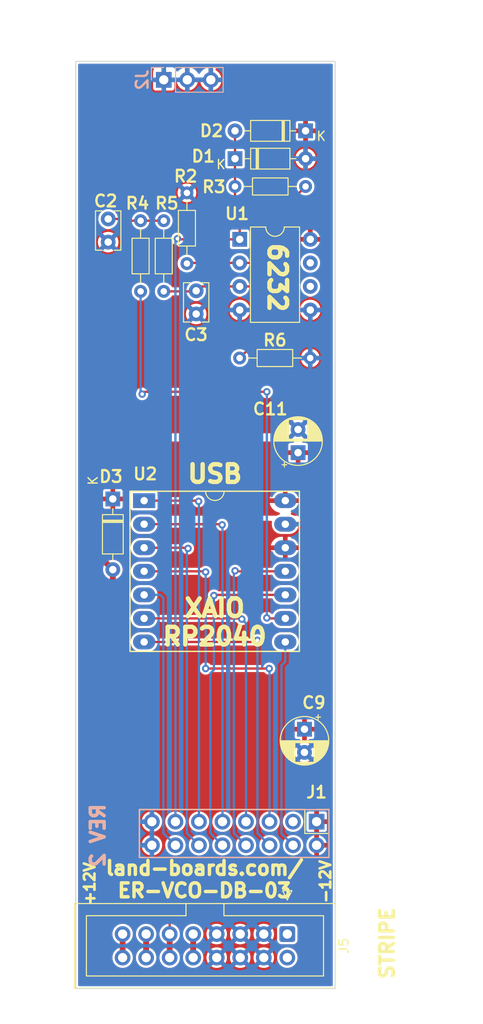
<source format=kicad_pcb>
(kicad_pcb (version 20211014) (generator pcbnew)
  (title_block (title "VCO CONTROL LOGIC") (date "2022-09-30") (rev "1") (company "LAND BOARDS, LLC"))
  (layers (0 "F.Cu" signal) (31 "B.Cu" signal) (34 "B.Paste" user) (35 "F.Paste" user) (36 "B.SilkS" user "B.Silkscreen") (37 "F.SilkS" user "F.Silkscreen") (38 "B.Mask" user) (39 "F.Mask" user) (44 "Edge.Cuts" user))
  (net 0 "")
  (net 1 "GND")
  (net 2 "+3V3")
  (net 3 "+5V")
  (net 4 "/GATE_CTL")
  (net 5 "/FREQ_POT")
  (net 6 "/VPEROCT_CV")
  (net 7 "/MOD_POT")
  (net 8 "/MOD_CV")
  (net 9 "/PRE_FILT")
  (net 10 "/AUD_OUT")
  (net 11 "/TIMBRE_PB")
  (net 12 "/MODE_UP_PB")
  (net 13 "/MODE_DN_PB")
  (net 14 "+12V")
  (net 17 "/OCT_UP_PB")
  (net 19 "/OCT_DN_PB")
  (net 20 "/WAV")
  (net 21 "Net-(R2-Pad2)")
  (net 22 "Net-(C2-Pad1)")
  (net 25 "/CV")
  (net 26 "/GATE")
  (net 27 "+5VD")
  (footprint "Capacitor_THT:CP_Radial_D5.0mm_P2.50mm" (layer "F.Cu") (at 75 47.205113 90)
    (fp_text reference "C11" (at 4.705113 -3) (layer "F.SilkS") (effects (font (size 1.27 1.27) (thickness 0.254))))
    (fp_text value "47uF")
    (fp_line (start 2.771 -2.095) (end 2.771 -1.04) (layer "F.SilkS") (width 0.12))
    (fp_line (start 3.531 -1.251) (end 3.531 -1.04) (layer "F.SilkS") (width 0.12))
    (fp_line (start -1.304775 -1.725) (end -1.304775 -1.225) (layer "F.SilkS") (width 0.12))
    (fp_line (start 2.371 -2.329) (end 2.371 -1.04) (layer "F.SilkS") (width 0.12))
    (fp_line (start 1.81 -2.52) (end 1.81 -1.04) (layer "F.SilkS") (width 0.12))
    (fp_line (start 3.091 -1.826) (end 3.091 -1.04) (layer "F.SilkS") (width 0.12))
    (fp_line (start 3.171 -1.743) (end 3.171 -1.04) (layer "F.SilkS") (width 0.12))
    (fp_line (start 2.971 -1.937) (end 2.971 -1.04) (layer "F.SilkS") (width 0.12))
    (fp_line (start 2.811 1.04) (end 2.811 2.065) (layer "F.SilkS") (width 0.12))
    (fp_line (start 1.971 1.04) (end 1.971 2.48) (layer "F.SilkS") (width 0.12))
    (fp_line (start 3.451 1.04) (end 3.451 1.383) (layer "F.SilkS") (width 0.12))
    (fp_line (start 2.491 1.04) (end 2.491 2.268) (layer "F.SilkS") (width 0.12))
    (fp_line (start 2.211 -2.398) (end 2.211 -1.04) (layer "F.SilkS") (width 0.12))
    (fp_line (start 2.691 1.04) (end 2.691 2.149) (layer "F.SilkS") (width 0.12))
    (fp_line (start 1.69 -2.543) (end 1.69 -1.04) (layer "F.SilkS") (width 0.12))
    (fp_line (start 3.371 -1.5) (end 3.371 -1.04) (layer "F.SilkS") (width 0.12))
    (fp_line (start 2.611 1.04) (end 2.611 2.2) (layer "F.SilkS") (width 0.12))
    (fp_line (start 2.091 -2.442) (end 2.091 -1.04) (layer "F.SilkS") (width 0.12))
    (fp_line (start 2.371 1.04) (end 2.371 2.329) (layer "F.SilkS") (width 0.12))
    (fp_line (start 1.57 -2.561) (end 1.57 -1.04) (layer "F.SilkS") (width 0.12))
    (fp_line (start 3.211 -1.699) (end 3.211 -1.04) (layer "F.SilkS") (width 0.12))
    (fp_line (start 3.611 -1.098) (end 3.611 1.098) (layer "F.SilkS") (width 0.12))
    (fp_line (start 1.33 -2.579) (end 1.33 2.579) (layer "F.SilkS") (width 0.12))
    (fp_line (start 2.651 -2.175) (end 2.651 -1.04) (layer "F.SilkS") (width 0.12))
    (fp_line (start 3.291 -1.605) (end 3.291 -1.04) (layer "F.SilkS") (width 0.12))
    (fp_line (start 3.411 -1.443) (end 3.411 -1.04) (layer "F.SilkS") (width 0.12))
    (fp_line (start 2.771 1.04) (end 2.771 2.095) (layer "F.SilkS") (width 0.12))
    (fp_line (start 2.331 1.04) (end 2.331 2.348) (layer "F.SilkS") (width 0.12))
    (fp_line (start 2.411 1.04) (end 2.411 2.31) (layer "F.SilkS") (width 0.12))
    (fp_line (start 2.091 1.04) (end 2.091 2.442) (layer "F.SilkS") (width 0.12))
    (fp_line (start 1.61 -2.556) (end 1.61 -1.04) (layer "F.SilkS") (width 0.12))
    (fp_line (start 2.811 -2.065) (end 2.811 -1.04) (layer "F.SilkS") (width 0.12))
    (fp_line (start 3.851 -0.284) (end 3.851 0.284) (layer "F.SilkS") (width 0.12))
    (fp_line (start 3.171 1.04) (end 3.171 1.743) (layer "F.SilkS") (width 0.12))
    (fp_line (start 2.971 1.04) (end 2.971 1.937) (layer "F.SilkS") (width 0.12))
    (fp_line (start 2.131 -2.428) (end 2.131 -1.04) (layer "F.SilkS") (width 0.12))
    (fp_line (start 3.251 1.04) (end 3.251 1.653) (layer "F.SilkS") (width 0.12))
    (fp_line (start 3.131 -1.785) (end 3.131 -1.04) (layer "F.SilkS") (width 0.12))
    (fp_line (start 2.731 -2.122) (end 2.731 -1.04) (layer "F.SilkS") (width 0.12))
    (fp_line (start 1.49 1.04) (end 1.49 2.569) (layer "F.SilkS") (width 0.12))
    (fp_line (start 1.41 -2.576) (end 1.41 2.576) (layer "F.SilkS") (width 0.12))
    (fp_line (start 1.73 -2.536) (end 1.73 -1.04) (layer "F.SilkS") (width 0.12))
    (fp_line (start 2.011 1.04) (end 2.011 2.468) (layer "F.SilkS") (width 0.12))
    (fp_line (start -1.554775 -1.475) (end -1.054775 -1.475) (layer "F.SilkS") (width 0.12))
    (fp_line (start 2.011 -2.468) (end 2.011 -1.04) (layer "F.SilkS") (width 0.12))
    (fp_line (start 2.611 -2.2) (end 2.611 -1.04) (layer "F.SilkS") (width 0.12))
    (fp_line (start 1.25 -2.58) (end 1.25 2.58) (layer "F.SilkS") (width 0.12))
    (fp_line (start 1.77 -2.528) (end 1.77 -1.04) (layer "F.SilkS") (width 0.12))
    (fp_line (start 3.811 -0.518) (end 3.811 0.518) (layer "F.SilkS") (width 0.12))
    (fp_line (start 2.891 -2.004) (end 2.891 -1.04) (layer "F.SilkS") (width 0.12))
    (fp_line (start 2.931 1.04) (end 2.931 1.971) (layer "F.SilkS") (width 0.12))
    (fp_line (start 2.211 1.04) (end 2.211 2.398) (layer "F.SilkS") (width 0.12))
    (fp_line (start 3.331 -1.554) (end 3.331 -1.04) (layer "F.SilkS") (width 0.12))
    (fp_line (start 2.051 -2.455) (end 2.051 -1.04) (layer "F.SilkS") (width 0.12))
    (fp_line (start 1.971 -2.48) (end 1.971 -1.04) (layer "F.SilkS") (width 0.12))
    (fp_line (start 3.411 1.04) (end 3.411 1.443) (layer "F.SilkS") (width 0.12))
    (fp_line (start 3.531 1.04) (end 3.531 1.251) (layer "F.SilkS") (width 0.12))
    (fp_line (start 1.61 1.04) (end 1.61 2.556) (layer "F.SilkS") (width 0.12))
    (fp_line (start 2.451 -2.29) (end 2.451 -1.04) (layer "F.SilkS") (width 0.12))
    (fp_line (start 2.051 1.04) (end 2.051 2.455) (layer "F.SilkS") (width 0.12))
    (fp_line (start 1.29 -2.58) (end 1.29 2.58) (layer "F.SilkS") (width 0.12))
    (fp_line (start 3.451 -1.383) (end 3.451 -1.04) (layer "F.SilkS") (width 0.12))
    (fp_line (start 1.81 1.04) (end 1.81 2.52) (layer "F.SilkS") (width 0.12))
    (fp_line (start 2.171 1.04) (end 2.171 2.414) (layer "F.SilkS") (width 0.12))
    (fp_line (start 2.851 1.04) (end 2.851 2.035) (layer "F.SilkS") (width 0.12))
    (fp_line (start 1.93 1.04) (end 1.93 2.491) (layer "F.SilkS") (width 0.12))
    (fp_line (start 2.571 -2.224) (end 2.571 -1.04) (layer "F.SilkS") (width 0.12))
    (fp_line (start 2.531 1.04) (end 2.531 2.247) (layer "F.SilkS") (width 0.12))
    (fp_line (start 1.53 -2.565) (end 1.53 -1.04) (layer "F.SilkS") (width 0.12))
    (fp_line (start 1.65 1.04) (end 1.65 2.55) (layer "F.SilkS") (width 0.12))
    (fp_line (start 1.89 -2.501) (end 1.89 -1.04) (layer "F.SilkS") (width 0.12))
    (fp_line (start 2.411 -2.31) (end 2.411 -1.04) (layer "F.SilkS") (width 0.12))
    (fp_line (start 1.77 1.04) (end 1.77 2.528) (layer "F.SilkS") (width 0.12))
    (fp_line (start 1.49 -2.569) (end 1.49 -1.04) (layer "F.SilkS") (width 0.12))
    (fp_line (start 2.851 -2.035) (end 2.851 -1.04) (layer "F.SilkS") (width 0.12))
    (fp_line (start 1.93 -2.491) (end 1.93 -1.04) (layer "F.SilkS") (width 0.12))
    (fp_line (start 3.131 1.04) (end 3.131 1.785) (layer "F.SilkS") (width 0.12))
    (fp_line (start 3.571 -1.178) (end 3.571 1.178) (layer "F.SilkS") (width 0.12))
    (fp_line (start 3.251 -1.653) (end 3.251 -1.04) (layer "F.SilkS") (width 0.12))
    (fp_line (start 2.331 -2.348) (end 2.331 -1.04) (layer "F.SilkS") (width 0.12))
    (fp_line (start 3.331 1.04) (end 3.331 1.554) (layer "F.SilkS") (width 0.12))
    (fp_line (start 3.691 -0.915) (end 3.691 0.915) (layer "F.SilkS") (width 0.12))
    (fp_line (start 2.131 1.04) (end 2.131 2.428) (layer "F.SilkS") (width 0.12))
    (fp_line (start 3.731 -0.805) (end 3.731 0.805) (layer "F.SilkS") (width 0.12))
    (fp_line (start 3.291 1.04) (end 3.291 1.605) (layer "F.SilkS") (width 0.12))
    (fp_line (start 2.891 1.04) (end 2.891 2.004) (layer "F.SilkS") (width 0.12))
    (fp_line (start 1.45 -2.573) (end 1.45 2.573) (layer "F.SilkS") (width 0.12))
    (fp_line (start 3.771 -0.677) (end 3.771 0.677) (layer "F.SilkS") (width 0.12))
    (fp_line (start 3.211 1.04) (end 3.211 1.699) (layer "F.SilkS") (width 0.12))
    (fp_line (start 2.691 -2.149) (end 2.691 -1.04) (layer "F.SilkS") (width 0.12))
    (fp_line (start 3.651 -1.011) (end 3.651 1.011) (layer "F.SilkS") (width 0.12))
    (fp_line (start 2.451 1.04) (end 2.451 2.29) (layer "F.SilkS") (width 0.12))
    (fp_line (start 2.571 1.04) (end 2.571 2.224) (layer "F.SilkS") (width 0.12))
    (fp_line (start 1.37 -2.578) (end 1.37 2.578) (layer "F.SilkS") (width 0.12))
    (fp_line (start 3.011 -1.901) (end 3.011 -1.04) (layer "F.SilkS") (width 0.12))
    (fp_line (start 3.051 1.04) (end 3.051 1.864) (layer "F.SilkS") (width 0.12))
    (fp_line (start 2.251 -2.382) (end 2.251 -1.04) (layer "F.SilkS") (width 0.12))
    (fp_line (start 1.85 1.04) (end 1.85 2.511) (layer "F.SilkS") (width 0.12))
    (fp_line (start 3.011 1.04) (end 3.011 1.901) (layer "F.SilkS") (width 0.12))
    (fp_line (start 2.731 1.04) (end 2.731 2.122) (layer "F.SilkS") (width 0.12))
    (fp_line (start 2.651 1.04) (end 2.651 2.175) (layer "F.SilkS") (width 0.12))
    (fp_line (start 2.291 -2.365) (end 2.291 -1.04) (layer "F.SilkS") (width 0.12))
    (fp_line (start 2.931 -1.971) (end 2.931 -1.04) (layer "F.SilkS") (width 0.12))
    (fp_line (start 2.171 -2.414) (end 2.171 -1.04) (layer "F.SilkS") (width 0.12))
    (fp_line (start 2.251 1.04) (end 2.251 2.382) (layer "F.SilkS") (width 0.12))
    (fp_line (start 2.291 1.04) (end 2.291 2.365) (layer "F.SilkS") (width 0.12))
    (fp_line (start 3.051 -1.864) (end 3.051 -1.04) (layer "F.SilkS") (width 0.12))
    (fp_line (start 1.65 -2.55) (end 1.65 -1.04) (layer "F.SilkS") (width 0.12))
    (fp_line (start 3.491 -1.319) (end 3.491 -1.04) (layer "F.SilkS") (width 0.12))
    (fp_line (start 3.491 1.04) (end 3.491 1.319) (layer "F.SilkS") (width 0.12))
    (fp_line (start 1.73 1.04) (end 1.73 2.536) (layer "F.SilkS") (width 0.12))
    (fp_line (start 1.57 1.04) (end 1.57 2.561) (layer "F.SilkS") (width 0.12))
    (fp_line (start 1.69 1.04) (end 1.69 2.543) (layer "F.SilkS") (width 0.12))
    (fp_line (start 1.53 1.04) (end 1.53 2.565) (layer "F.SilkS") (width 0.12))
    (fp_line (start 1.85 -2.511) (end 1.85 -1.04) (layer "F.SilkS") (width 0.12))
    (fp_line (start 2.531 -2.247) (end 2.531 -1.04) (layer "F.SilkS") (width 0.12))
    (fp_line (start 3.091 1.04) (end 3.091 1.826) (layer "F.SilkS") (width 0.12))
    (fp_line (start 1.89 1.04) (end 1.89 2.501) (layer "F.SilkS") (width 0.12))
    (fp_line (start 3.371 1.04) (end 3.371 1.5) (layer "F.SilkS") (width 0.12))
    (fp_line (start 2.491 -2.268) (end 2.491 -1.04) (layer "F.SilkS") (width 0.12))
    (fp_circle (center 1.25 0) (end 3.87 0) (layer "F.SilkS") (width 0.12) (fill none))
    (pad "1" thru_hole rect (at 0 0 90) (size 1.6 1.6) (drill 0.8) (layers *.Cu *.Mask) (net 27 "+5VD"))
    (pad "2" thru_hole circle (at 2.5 0 90) (size 1.6 1.6) (drill 0.8) (layers *.Cu *.Mask) (net 1 "GND"))
  )
  (footprint "Capacitor_THT:CP_Radial_D5.0mm_P2.50mm" (layer "F.Cu") (at 75.692 77.026888 -90)
    (fp_text reference "C9" (at -2.858888 -1.016 180) (layer "F.SilkS") (effects (font (size 1.27 1.27) (thickness 0.254))))
    (fp_text value "47uF")
    (fp_line (start 2.971 1.04) (end 2.971 1.937) (layer "F.SilkS") (width 0.12))
    (fp_line (start 2.611 1.04) (end 2.611 2.2) (layer "F.SilkS") (width 0.12))
    (fp_line (start 1.61 -2.556) (end 1.61 -1.04) (layer "F.SilkS") (width 0.12))
    (fp_line (start 1.77 1.04) (end 1.77 2.528) (layer "F.SilkS") (width 0.12))
    (fp_line (start 3.011 1.04) (end 3.011 1.901) (layer "F.SilkS") (width 0.12))
    (fp_line (start 2.451 1.04) (end 2.451 2.29) (layer "F.SilkS") (width 0.12))
    (fp_line (start 2.731 -2.122) (end 2.731 -1.04) (layer "F.SilkS") (width 0.12))
    (fp_line (start 2.051 1.04) (end 2.051 2.455) (layer "F.SilkS") (width 0.12))
    (fp_line (start 1.65 -2.55) (end 1.65 -1.04) (layer "F.SilkS") (width 0.12))
    (fp_line (start 3.211 -1.699) (end 3.211 -1.04) (layer "F.SilkS") (width 0.12))
    (fp_line (start 3.171 1.04) (end 3.171 1.743) (layer "F.SilkS") (width 0.12))
    (fp_line (start 1.57 1.04) (end 1.57 2.561) (layer "F.SilkS") (width 0.12))
    (fp_line (start 2.491 1.04) (end 2.491 2.268) (layer "F.SilkS") (width 0.12))
    (fp_line (start 1.41 -2.576) (end 1.41 2.576) (layer "F.SilkS") (width 0.12))
    (fp_line (start 2.971 -1.937) (end 2.971 -1.04) (layer "F.SilkS") (width 0.12))
    (fp_line (start 1.89 -2.501) (end 1.89 -1.04) (layer "F.SilkS") (width 0.12))
    (fp_line (start 1.65 1.04) (end 1.65 2.55) (layer "F.SilkS") (width 0.12))
    (fp_line (start 1.93 1.04) (end 1.93 2.491) (layer "F.SilkS") (width 0.12))
    (fp_line (start 1.971 1.04) (end 1.971 2.48) (layer "F.SilkS") (width 0.12))
    (fp_line (start 3.171 -1.743) (end 3.171 -1.04) (layer "F.SilkS") (width 0.12))
    (fp_line (start 2.571 1.04) (end 2.571 2.224) (layer "F.SilkS") (width 0.12))
    (fp_line (start 1.85 1.04) (end 1.85 2.511) (layer "F.SilkS") (width 0.12))
    (fp_line (start 3.411 -1.443) (end 3.411 -1.04) (layer "F.SilkS") (width 0.12))
    (fp_line (start 2.331 -2.348) (end 2.331 -1.04) (layer "F.SilkS") (width 0.12))
    (fp_line (start 3.251 -1.653) (end 3.251 -1.04) (layer "F.SilkS") (width 0.12))
    (fp_line (start 2.531 1.04) (end 2.531 2.247) (layer "F.SilkS") (width 0.12))
    (fp_line (start 2.771 1.04) (end 2.771 2.095) (layer "F.SilkS") (width 0.12))
    (fp_line (start 2.011 1.04) (end 2.011 2.468) (layer "F.SilkS") (width 0.12))
    (fp_line (start 2.611 -2.2) (end 2.611 -1.04) (layer "F.SilkS") (width 0.12))
    (fp_line (start 3.211 1.04) (end 3.211 1.699) (layer "F.SilkS") (width 0.12))
    (fp_line (start 3.571 -1.178) (end 3.571 1.178) (layer "F.SilkS") (width 0.12))
    (fp_line (start 1.81 1.04) (end 1.81 2.52) (layer "F.SilkS") (width 0.12))
    (fp_line (start 3.811 -0.518) (end 3.811 0.518) (layer "F.SilkS") (width 0.12))
    (fp_line (start 2.531 -2.247) (end 2.531 -1.04) (layer "F.SilkS") (width 0.12))
    (fp_line (start 3.651 -1.011) (end 3.651 1.011) (layer "F.SilkS") (width 0.12))
    (fp_line (start 3.371 -1.5) (end 3.371 -1.04) (layer "F.SilkS") (width 0.12))
    (fp_line (start 1.73 -2.536) (end 1.73 -1.04) (layer "F.SilkS") (width 0.12))
    (fp_line (start 3.011 -1.901) (end 3.011 -1.04) (layer "F.SilkS") (width 0.12))
    (fp_line (start 3.691 -0.915) (end 3.691 0.915) (layer "F.SilkS") (width 0.12))
    (fp_line (start 2.011 -2.468) (end 2.011 -1.04) (layer "F.SilkS") (width 0.12))
    (fp_line (start 3.411 1.04) (end 3.411 1.443) (layer "F.SilkS") (width 0.12))
    (fp_line (start 2.411 1.04) (end 2.411 2.31) (layer "F.SilkS") (width 0.12))
    (fp_line (start 2.851 1.04) (end 2.851 2.035) (layer "F.SilkS") (width 0.12))
    (fp_line (start 2.571 -2.224) (end 2.571 -1.04) (layer "F.SilkS") (width 0.12))
    (fp_line (start 2.211 -2.398) (end 2.211 -1.04) (layer "F.SilkS") (width 0.12))
    (fp_line (start 1.93 -2.491) (end 1.93 -1.04) (layer "F.SilkS") (width 0.12))
    (fp_line (start 1.45 -2.573) (end 1.45 2.573) (layer "F.SilkS") (width 0.12))
    (fp_line (start 2.131 -2.428) (end 2.131 -1.04) (layer "F.SilkS") (width 0.12))
    (fp_line (start 1.57 -2.561) (end 1.57 -1.04) (layer "F.SilkS") (width 0.12))
    (fp_line (start 3.331 1.04) (end 3.331 1.554) (layer "F.SilkS") (width 0.12))
    (fp_line (start 3.091 -1.826) (end 3.091 -1.04) (layer "F.SilkS") (width 0.12))
    (fp_line (start -1.304775 -1.725) (end -1.304775 -1.225) (layer "F.SilkS") (width 0.12))
    (fp_line (start 3.051 1.04) (end 3.051 1.864) (layer "F.SilkS") (width 0.12))
    (fp_line (start 2.291 -2.365) (end 2.291 -1.04) (layer "F.SilkS") (width 0.12))
    (fp_line (start 1.53 1.04) (end 1.53 2.565) (layer "F.SilkS") (width 0.12))
    (fp_line (start 3.131 1.04) (end 3.131 1.785) (layer "F.SilkS") (width 0.12))
    (fp_line (start 3.451 1.04) (end 3.451 1.383) (layer "F.SilkS") (width 0.12))
    (fp_line (start 2.411 -2.31) (end 2.411 -1.04) (layer "F.SilkS") (width 0.12))
    (fp_line (start 1.53 -2.565) (end 1.53 -1.04) (layer "F.SilkS") (width 0.12))
    (fp_line (start 1.77 -2.528) (end 1.77 -1.04) (layer "F.SilkS") (width 0.12))
    (fp_line (start 1.25 -2.58) (end 1.25 2.58) (layer "F.SilkS") (width 0.12))
    (fp_line (start 1.29 -2.58) (end 1.29 2.58) (layer "F.SilkS") (width 0.12))
    (fp_line (start 3.291 1.04) (end 3.291 1.605) (layer "F.SilkS") (width 0.12))
    (fp_line (start 3.251 1.04) (end 3.251 1.653) (layer "F.SilkS") (width 0.12))
    (fp_line (start 2.811 1.04) (end 2.811 2.065) (layer "F.SilkS") (width 0.12))
    (fp_line (start 2.211 1.04) (end 2.211 2.398) (layer "F.SilkS") (width 0.12))
    (fp_line (start 2.811 -2.065) (end 2.811 -1.04) (layer "F.SilkS") (width 0.12))
    (fp_line (start 2.651 -2.175) (end 2.651 -1.04) (layer "F.SilkS") (width 0.12))
    (fp_line (start 2.171 -2.414) (end 2.171 -1.04) (layer "F.SilkS") (width 0.12))
    (fp_line (start 1.69 -2.543) (end 1.69 -1.04) (layer "F.SilkS") (width 0.12))
    (fp_line (start 3.771 -0.677) (end 3.771 0.677) (layer "F.SilkS") (width 0.12))
    (fp_line (start 2.451 -2.29) (end 2.451 -1.04) (layer "F.SilkS") (width 0.12))
    (fp_line (start 2.851 -2.035) (end 2.851 -1.04) (layer "F.SilkS") (width 0.12))
    (fp_line (start 2.051 -2.455) (end 2.051 -1.04) (layer "F.SilkS") (width 0.12))
    (fp_line (start 3.491 -1.319) (end 3.491 -1.04) (layer "F.SilkS") (width 0.12))
    (fp_line (start 3.611 -1.098) (end 3.611 1.098) (layer "F.SilkS") (width 0.12))
    (fp_line (start 2.331 1.04) (end 2.331 2.348) (layer "F.SilkS") (width 0.12))
    (fp_line (start 3.531 -1.251) (end 3.531 -1.04) (layer "F.SilkS") (width 0.12))
    (fp_line (start 2.931 1.04) (end 2.931 1.971) (layer "F.SilkS") (width 0.12))
    (fp_line (start 1.971 -2.48) (end 1.971 -1.04) (layer "F.SilkS") (width 0.12))
    (fp_line (start 3.531 1.04) (end 3.531 1.251) (layer "F.SilkS") (width 0.12))
    (fp_line (start 3.731 -0.805) (end 3.731 0.805) (layer "F.SilkS") (width 0.12))
    (fp_line (start 1.69 1.04) (end 1.69 2.543) (layer "F.SilkS") (width 0.12))
    (fp_line (start 3.491 1.04) (end 3.491 1.319) (layer "F.SilkS") (width 0.12))
    (fp_line (start 2.131 1.04) (end 2.131 2.428) (layer "F.SilkS") (width 0.12))
    (fp_line (start 2.491 -2.268) (end 2.491 -1.04) (layer "F.SilkS") (width 0.12))
    (fp_line (start 2.731 1.04) (end 2.731 2.122) (layer "F.SilkS") (width 0.12))
    (fp_line (start 2.091 1.04) (end 2.091 2.442) (layer "F.SilkS") (width 0.12))
    (fp_line (start 2.771 -2.095) (end 2.771 -1.04) (layer "F.SilkS") (width 0.12))
    (fp_line (start 2.091 -2.442) (end 2.091 -1.04) (layer "F.SilkS") (width 0.12))
    (fp_line (start 2.251 -2.382) (end 2.251 -1.04) (layer "F.SilkS") (width 0.12))
    (fp_line (start 3.331 -1.554) (end 3.331 -1.04) (layer "F.SilkS") (width 0.12))
    (fp_line (start 1.81 -2.52) (end 1.81 -1.04) (layer "F.SilkS") (width 0.12))
    (fp_line (start 2.931 -1.971) (end 2.931 -1.04) (layer "F.SilkS") (width 0.12))
    (fp_line (start 3.131 -1.785) (end 3.131 -1.04) (layer "F.SilkS") (width 0.12))
    (fp_line (start 2.651 1.04) (end 2.651 2.175) (layer "F.SilkS") (width 0.12))
    (fp_line (start 2.251 1.04) (end 2.251 2.382) (layer "F.SilkS") (width 0.12))
    (fp_line (start 1.89 1.04) (end 1.89 2.501) (layer "F.SilkS") (width 0.12))
    (fp_line (start 2.371 -2.329) (end 2.371 -1.04) (layer "F.SilkS") (width 0.12))
    (fp_line (start 2.891 -2.004) (end 2.891 -1.04) (layer "F.SilkS") (width 0.12))
    (fp_line (start 1.73 1.04) (end 1.73 2.536) (layer "F.SilkS") (width 0.12))
    (fp_line (start -1.554775 -1.475) (end -1.054775 -1.475) (layer "F.SilkS") (width 0.12))
    (fp_line (start 2.691 -2.149) (end 2.691 -1.04) (layer "F.SilkS") (width 0.12))
    (fp_line (start 1.33 -2.579) (end 1.33 2.579) (layer "F.SilkS") (width 0.12))
    (fp_line (start 2.371 1.04) (end 2.371 2.329) (layer "F.SilkS") (width 0.12))
    (fp_line (start 1.61 1.04) (end 1.61 2.556) (layer "F.SilkS") (width 0.12))
    (fp_line (start 2.291 1.04) (end 2.291 2.365) (layer "F.SilkS") (width 0.12))
    (fp_line (start 1.49 1.04) (end 1.49 2.569) (layer "F.SilkS") (width 0.12))
    (fp_line (start 3.371 1.04) (end 3.371 1.5) (layer "F.SilkS") (width 0.12))
    (fp_line (start 1.37 -2.578) (end 1.37 2.578) (layer "F.SilkS") (width 0.12))
    (fp_line (start 2.891 1.04) (end 2.891 2.004) (layer "F.SilkS") (width 0.12))
    (fp_line (start 3.851 -0.284) (end 3.851 0.284) (layer "F.SilkS") (width 0.12))
    (fp_line (start 3.451 -1.383) (end 3.451 -1.04) (layer "F.SilkS") (width 0.12))
    (fp_line (start 2.691 1.04) (end 2.691 2.149) (layer "F.SilkS") (width 0.12))
    (fp_line (start 3.291 -1.605) (end 3.291 -1.04) (layer "F.SilkS") (width 0.12))
    (fp_line (start 1.49 -2.569) (end 1.49 -1.04) (layer "F.SilkS") (width 0.12))
    (fp_line (start 3.051 -1.864) (end 3.051 -1.04) (layer "F.SilkS") (width 0.12))
    (fp_line (start 2.171 1.04) (end 2.171 2.414) (layer "F.SilkS") (width 0.12))
    (fp_line (start 1.85 -2.511) (end 1.85 -1.04) (layer "F.SilkS") (width 0.12))
    (fp_line (start 3.091 1.04) (end 3.091 1.826) (layer "F.SilkS") (width 0.12))
    (fp_circle (center 1.25 0) (end 3.87 0) (layer "F.SilkS") (width 0.12) (fill none))
    (pad "1" thru_hole rect (at 0 0 270) (size 1.6 1.6) (drill 0.8) (layers *.Cu *.Mask) (net 2 "+3V3"))
    (pad "2" thru_hole circle (at 2.5 0 270) (size 1.6 1.6) (drill 0.8) (layers *.Cu *.Mask) (net 1 "GND"))
  )
  (footprint "Diode_THT:D_DO-35_SOD27_P7.62mm_Horizontal" (layer "F.Cu") (at 68.19 15.5)
    (fp_text reference "D1" (at -3.42 -0.26) (layer "F.SilkS") (effects (font (size 1.27 1.27) (thickness 0.254))))
    (fp_text value "BAT41")
    (fp_text user "K" (at -1.515 0.629) (layer "F.SilkS"))
    (fp_line (start 6.58 0) (end 5.93 0) (layer "F.SilkS") (width 0.12))
    (fp_line (start 5.93 -1.12) (end 1.69 -1.12) (layer "F.SilkS") (width 0.12))
    (fp_line (start 1.69 1.12) (end 5.93 1.12) (layer "F.SilkS") (width 0.12))
    (fp_line (start 2.53 -1.12) (end 2.53 1.12) (layer "F.SilkS") (width 0.12))
    (fp_line (start 2.41 -1.12) (end 2.41 1.12) (layer "F.SilkS") (width 0.12))
    (fp_line (start 5.93 1.12) (end 5.93 -1.12) (layer "F.SilkS") (width 0.12))
    (fp_line (start 1.04 0) (end 1.69 0) (layer "F.SilkS") (width 0.12))
    (fp_line (start 1.69 -1.12) (end 1.69 1.12) (layer "F.SilkS") (width 0.12))
    (fp_line (start 2.29 -1.12) (end 2.29 1.12) (layer "F.SilkS") (width 0.12))
    (pad "1" thru_hole rect (at 0 0) (size 1.6 1.6) (drill 0.8) (layers *.Cu *.Mask) (net 10 "/AUD_OUT"))
    (pad "2" thru_hole oval (at 7.62 0) (size 1.6 1.6) (drill 0.8) (layers *.Cu *.Mask) (net 1 "GND"))
  )
  (footprint "Connector_PinHeader_2.54mm:PinHeader_2x08_P2.54mm_Vertical" (layer "F.Cu") (at 77 87 -90)
    (fp_text reference "J1" (at -3.18 0.000002 180) (layer "F.SilkS") (effects (font (size 1.27 1.27) (thickness 0.254))))
    (fp_text value "Conn_01x16")
    (fp_line (start 1.27 -1.33) (end 3.87 -1.33) (layer "F.SilkS") (width 0.12))
    (fp_line (start -1.33 -1.33) (end 0 -1.33) (layer "F.SilkS") (width 0.12))
    (fp_line (start -1.33 19.11) (end 3.87 19.11) (layer "F.SilkS") (width 0.12))
    (fp_line (start 3.87 -1.33) (end 3.87 19.11) (layer "F.SilkS") (width 0.12))
    (fp_line (start -1.33 0) (end -1.33 -1.33) (layer "F.SilkS") (width 0.12))
    (fp_line (start -1.33 1.27) (end -1.33 19.11) (layer "F.SilkS") (width 0.12))
    (fp_line (start -1.33 1.27) (end 1.27 1.27) (layer "F.SilkS") (width 0.12))
    (fp_line (start 1.27 1.27) (end 1.27 -1.33) (layer "F.SilkS") (width 0.12))
    (pad "1" thru_hole rect locked (at 0 0 270) (size 1.7 1.7) (drill 1) (layers *.Cu *.Mask) (net 2 "+3V3"))
    (pad "2" thru_hole oval locked (at 2.54 0 270) (size 1.7 1.7) (drill 1) (layers *.Cu *.Mask) (net 2 "+3V3"))
    (pad "3" thru_hole oval locked (at 0 2.54 270) (size 1.7 1.7) (drill 1) (layers *.Cu *.Mask))
    (pad "4" thru_hole oval locked (at 2.54 2.54 270) (size 1.7 1.7) (drill 1) (layers *.Cu *.Mask) (net 19 "/OCT_DN_PB"))
    (pad "5" thru_hole oval locked (at 0 5.08 270) (size 1.7 1.7) (drill 1) (layers *.Cu *.Mask) (net 7 "/MOD_POT"))
    (pad "6" thru_hole oval locked (at 2.54 5.08 270) (size 1.7 1.7) (drill 1) (layers *.Cu *.Mask) (net 17 "/OCT_UP_PB"))
    (pad "7" thru_hole oval locked (at 0 7.62 270) (size 1.7 1.7) (drill 1) (layers *.Cu *.Mask) (net 4 "/GATE_CTL"))
    (pad "8" thru_hole oval locked (at 2.54 7.62 270) (size 1.7 1.7) (drill 1) (layers *.Cu *.Mask) (net 12 "/MODE_UP_PB"))
    (pad "9" thru_hole oval locked (at 0 10.16 270) (size 1.7 1.7) (drill 1) (layers *.Cu *.Mask) (net 5 "/FREQ_POT"))
    (pad "10" thru_hole oval locked (at 2.54 10.16 270) (size 1.7 1.7) (drill 1) (layers *.Cu *.Mask) (net 13 "/MODE_DN_PB"))
    (pad "11" thru_hole oval locked (at 0 12.7 270) (size 1.7 1.7) (drill 1) (layers *.Cu *.Mask) (net 6 "/VPEROCT_CV"))
    (pad "12" thru_hole oval locked (at 2.54 12.7 270) (size 1.7 1.7) (drill 1) (layers *.Cu *.Mask) (net 8 "/MOD_CV"))
    (pad "13" thru_hole oval locked (at 0 15.24 270) (size 1.7 1.7) (drill 1) (layers *.Cu *.Mask) (net 10 "/AUD_OUT"))
    (pad "14" thru_hole oval locked (at 2.54 15.24 270) (size 1.7 1.7) (drill 1) (layers *.Cu *.Mask) (net 11 "/TIMBRE_PB"))
    (pad "15" thru_hole oval locked (at 0 17.78 270) (size 1.7 1.7) (drill 1) (layers *.Cu *.Mask) (net 1 "GND"))
    (pad "16" thru_hole oval locked (at 2.54 17.78 270) (size 1.7 1.7) (drill 1) (layers *.Cu *.Mask) (net 1 "GND"))
  )
  (footprint "Resistor_THT:R_Axial_DIN0204_L3.6mm_D1.6mm_P7.62mm_Horizontal" (layer "F.Cu") (at 75.81 18.5 180)
    (fp_text reference "R3" (at 9.897 -0.042) (layer "F.SilkS") (effects (font (size 1.27 1.27) (thickness 0.254))))
    (fp_text value "2.7K")
    (fp_line (start 5.73 -0.92) (end 1.89 -0.92) (layer "F.SilkS") (width 0.12))
    (fp_line (start 6.68 0) (end 5.73 0) (layer "F.SilkS") (width 0.12))
    (fp_line (start 5.73 0.92) (end 5.73 -0.92) (layer "F.SilkS") (width 0.12))
    (fp_line (start 1.89 0.92) (end 5.73 0.92) (layer "F.SilkS") (width 0.12))
    (fp_line (start 1.89 -0.92) (end 1.89 0.92) (layer "F.SilkS") (width 0.12))
    (fp_line (start 0.94 0) (end 1.89 0) (layer "F.SilkS") (width 0.12))
    (pad "1" thru_hole circle (at 0 0 180) (size 1.4 1.4) (drill 0.7) (layers *.Cu *.Mask) (net 21 "Net-(R2-Pad2)"))
    (pad "2" thru_hole oval (at 7.62 0 180) (size 1.4 1.4) (drill 0.7) (layers *.Cu *.Mask) (net 10 "/AUD_OUT"))
  )
  (footprint "Capacitor_THT:C_Rect_L4.0mm_W2.5mm_P2.50mm" (layer "F.Cu") (at 54.5 22 -90)
    (fp_text reference "C2" (at -1.934 0.271 180) (layer "F.SilkS") (effects (font (size 1.27 1.27) (thickness 0.254))))
    (fp_text value "10nF")
    (fp_line (start -0.87 0.665) (end -0.87 1.37) (layer "F.SilkS") (width 0.12))
    (fp_line (start -0.87 -1.37) (end -0.87 -0.665) (layer "F.SilkS") (width 0.12))
    (fp_line (start -0.87 -1.37) (end 3.37 -1.37) (layer "F.SilkS") (width 0.12))
    (fp_line (start 3.37 -1.37) (end 3.37 -0.665) (layer "F.SilkS") (width 0.12))
    (fp_line (start 3.37 0.665) (end 3.37 1.37) (layer "F.SilkS") (width 0.12))
    (fp_line (start -0.87 1.37) (end 3.37 1.37) (layer "F.SilkS") (width 0.12))
    (pad "1" thru_hole circle (at 0 0 270) (size 1.6 1.6) (drill 0.8) (layers *.Cu *.Mask) (net 22 "Net-(C2-Pad1)"))
    (pad "2" thru_hole circle (at 2.5 0 270) (size 1.6 1.6) (drill 0.8) (layers *.Cu *.Mask) (net 1 "GND"))
  )
  (footprint "Resistor_THT:R_Axial_DIN0204_L3.6mm_D1.6mm_P7.62mm_Horizontal" (layer "F.Cu") (at 60.5 22.19 -90)
    (fp_text reference "R5" (at -1.87 -0.333) (layer "F.SilkS") (effects (font (size 1.27 1.27) (thickness 0.254))))
    (fp_text value "220")
    (fp_line (start 5.73 -0.92) (end 1.89 -0.92) (layer "F.SilkS") (width 0.12))
    (fp_line (start 1.89 0.92) (end 5.73 0.92) (layer "F.SilkS") (width 0.12))
    (fp_line (start 6.68 0) (end 5.73 0) (layer "F.SilkS") (width 0.12))
    (fp_line (start 0.94 0) (end 1.89 0) (layer "F.SilkS") (width 0.12))
    (fp_line (start 1.89 -0.92) (end 1.89 0.92) (layer "F.SilkS") (width 0.12))
    (fp_line (start 5.73 0.92) (end 5.73 -0.92) (layer "F.SilkS") (width 0.12))
    (pad "1" thru_hole circle (at 0 0 270) (size 1.4 1.4) (drill 0.7) (layers *.Cu *.Mask) (net 22 "Net-(C2-Pad1)"))
    (pad "2" thru_hole oval (at 7.62 0 270) (size 1.4 1.4) (drill 0.7) (layers *.Cu *.Mask) (net 9 "/PRE_FILT"))
  )
  (footprint "Diode_THT:D_DO-35_SOD27_P7.62mm_Horizontal" (layer "F.Cu") (at 75.81 12.5 180)
    (fp_text reference "D2" (at 10.151 0 180) (layer "F.SilkS") (effects (font (size 1.27 1.27) (thickness 0.254))))
    (fp_text value "BAT41")
    (fp_text user "K" (at -1.69 -0.581 180) (layer "F.SilkS"))
    (fp_line (start 2.29 -1.12) (end 2.29 1.12) (layer "F.SilkS") (width 0.12))
    (fp_line (start 5.93 1.12) (end 5.93 -1.12) (layer "F.SilkS") (width 0.12))
    (fp_line (start 1.69 -1.12) (end 1.69 1.12) (layer "F.SilkS") (width 0.12))
    (fp_line (start 1.69 1.12) (end 5.93 1.12) (layer "F.SilkS") (width 0.12))
    (fp_line (start 1.04 0) (end 1.69 0) (layer "F.SilkS") (width 0.12))
    (fp_line (start 6.58 0) (end 5.93 0) (layer "F.SilkS") (width 0.12))
    (fp_line (start 5.93 -1.12) (end 1.69 -1.12) (layer "F.SilkS") (width 0.12))
    (fp_line (start 2.53 -1.12) (end 2.53 1.12) (layer "F.SilkS") (width 0.12))
    (fp_line (start 2.41 -1.12) (end 2.41 1.12) (layer "F.SilkS") (width 0.12))
    (pad "1" thru_hole rect (at 0 0 180) (size 1.6 1.6) (drill 0.8) (layers *.Cu *.Mask) (net 3 "+5V"))
    (pad "2" thru_hole oval (at 7.62 0 180) (size 1.6 1.6) (drill 0.8) (layers *.Cu *.Mask) (net 10 "/AUD_OUT"))
  )
  (footprint "Package_DIP:DIP-8_W7.62mm" (layer "F.Cu") (at 68.7 24.2)
    (fp_text reference "U1" (at -0.288 -2.763) (layer "F.SilkS") (effects (font (size 1.27 1.27) (thickness 0.254))))
    (fp_text value "MCP6232")
    (fp_line (start 6.46 -1.33) (end 4.81 -1.33) (layer "F.SilkS") (width 0.12))
    (fp_line (start 1.16 -1.33) (end 1.16 8.95) (layer "F.SilkS") (width 0.12))
    (fp_line (start 1.16 8.95) (end 6.46 8.95) (layer "F.SilkS") (width 0.12))
    (fp_line (start 2.81 -1.33) (end 1.16 -1.33) (layer "F.SilkS") (width 0.12))
    (fp_line (start 6.46 8.95) (end 6.46 -1.33) (layer "F.SilkS") (width 0.12))
    (fp_arc (start 4.81 -1.33) (mid 3.81 -0.33) (end 2.81 -1.33) (layer "F.SilkS") (width 0.12))
    (pad "1" thru_hole rect (at 0 0) (size 1.6 1.6) (drill 0.8) (layers *.Cu *.Mask) (net 10 "/AUD_OUT"))
    (pad "2" thru_hole oval (at 0 2.54) (size 1.6 1.6) (drill 0.8) (layers *.Cu *.Mask) (net 21 "Net-(R2-Pad2)"))
    (pad "3" thru_hole oval (at 0 5.08) (size 1.6 1.6) (drill 0.8) (layers *.Cu *.Mask) (net 9 "/PRE_FILT"))
    (pad "4" thru_hole oval (at 0 7.62) (size 1.6 1.6) (drill 0.8) (layers *.Cu *.Mask) (net 1 "GND"))
    (pad "5" thru_hole oval (at 7.62 7.62) (size 1.6 1.6) (drill 0.8) (layers *.Cu *.Mask) (net 1 "GND"))
    (pad "6" thru_hole oval (at 7.62 5.08) (size 1.6 1.6) (drill 0.8) (layers *.Cu *.Mask))
    (pad "7" thru_hole oval (at 7.62 2.54) (size 1.6 1.6) (drill 0.8) (layers *.Cu *.Mask))
    (pad "8" thru_hole oval (at 7.62 0) (size 1.6 1.6) (drill 0.8) (layers *.Cu *.Mask) (net 3 "+5V"))
  )
  (footprint "Diode_THT:D_DO-35_SOD27_P7.62mm_Horizontal" (layer "F.Cu") (at 55 52.197 -90)
    (fp_text reference "D3" (at -2.413 0.2032) (layer "F.SilkS") (effects (font (size 1.27 1.27) (thickness 0.254))))
    (fp_text value "BAT41")
    (fp_text user "K" (at -1.9812 2.1336 90) (layer "F.SilkS"))
    (fp_line (start 2.29 -1.12) (end 2.29 1.12) (layer "F.SilkS") (width 0.12))
    (fp_line (start 5.93 -1.12) (end 1.69 -1.12) (layer "F.SilkS") (width 0.12))
    (fp_line (start 1.69 1.12) (end 5.93 1.12) (layer "F.SilkS") (width 0.12))
    (fp_line (start 2.41 -1.12) (end 2.41 1.12) (layer "F.SilkS") (width 0.12))
    (fp_line (start 6.58 0) (end 5.93 0) (layer "F.SilkS") (width 0.12))
    (fp_line (start 2.53 -1.12) (end 2.53 1.12) (layer "F.SilkS") (width 0.12))
    (fp_line (start 1.69 -1.12) (end 1.69 1.12) (layer "F.SilkS") (width 0.12))
    (fp_line (start 1.04 0) (end 1.69 0) (layer "F.SilkS") (width 0.12))
    (fp_line (start 5.93 1.12) (end 5.93 -1.12) (layer "F.SilkS") (width 0.12))
    (pad "1" thru_hole rect (at 0 0 270) (size 1.6 1.6) (drill 0.8) (layers *.Cu *.Mask) (net 27 "+5VD"))
    (pad "2" thru_hole oval (at 7.62 0 270) (size 1.6 1.6) (drill 0.8) (layers *.Cu *.Mask) (net 3 "+5V"))
  )
  (footprint "Capacitor_THT:C_Rect_L4.0mm_W2.5mm_P2.50mm" (layer "F.Cu") (at 64 29.75 -90)
    (fp_text reference "C3" (at 4.74 0.012 180) (layer "F.SilkS") (effects (font (size 1.27 1.27) (thickness 0.254))))
    (fp_text value "10nF")
    (fp_line (start -0.87 1.37) (end 3.37 1.37) (layer "F.SilkS") (width 0.12))
    (fp_line (start -0.87 0.665) (end -0.87 1.37) (layer "F.SilkS") (width 0.12))
    (fp_line (start -0.87 -1.37) (end 3.37 -1.37) (layer "F.SilkS") (width 0.12))
    (fp_line (start 3.37 -1.37) (end 3.37 -0.665) (layer "F.SilkS") (width 0.12))
    (fp_line (start 3.37 0.665) (end 3.37 1.37) (layer "F.SilkS") (width 0.12))
    (fp_line (start -0.87 -1.37) (end -0.87 -0.665) (layer "F.SilkS") (width 0.12))
    (pad "1" thru_hole circle (at 0 0 270) (size 1.6 1.6) (drill 0.8) (layers *.Cu *.Mask) (net 9 "/PRE_FILT"))
    (pad "2" thru_hole circle (at 2.5 0 270) (size 1.6 1.6) (drill 0.8) (layers *.Cu *.Mask) (net 1 "GND"))
  )
  (footprint "Connector_IDC:IDC-Header_2x08_P2.54mm_Vertical" (layer "F.Cu") (at 73.8378 99.1203 -90)
    (fp_text reference "J5" (at 1.27 -6.1 -90) (layer "F.SilkS"))
    (fp_text value "HEADER, 2X8")
    (fp_line (start -3.29 6.84) (end -1.98 6.84) (layer "F.SilkS") (width 0.12))
    (fp_line (start 4.52 -3.91) (end 4.52 21.69) (layer "F.SilkS") (width 0.12))
    (fp_line (start -4.68 0.5) (end -3.68 0) (layer "F.SilkS") (width 0.12))
    (fp_line (start -1.98 10.94) (end -1.98 10.94) (layer "F.SilkS") (width 0.12))
    (fp_line (start -3.29 -5.21) (end 5.83 -5.21) (layer "F.SilkS") (width 0.12))
    (fp_line (start 4.52 21.69) (end -1.98 21.69) (layer "F.SilkS") (width 0.12))
    (fp_line (start -3.68 0) (end -4.68 -0.5) (layer "F.SilkS") (width 0.12))
    (fp_line (start 5.83 -5.21) (end 5.83 22.99) (layer "F.SilkS") (width 0.12))
    (fp_line (start -1.98 21.69) (end -1.98 10.94) (layer "F.SilkS") (width 0.12))
    (fp_line (start -1.98 -3.91) (end 4.52 -3.91) (layer "F.SilkS") (width 0.12))
    (fp_line (start -4.68 -0.5) (end -4.68 0.5) (layer "F.SilkS") (width 0.12))
    (fp_line (start -3.29 22.99) (end -3.29 -5.21) (layer "F.SilkS") (width 0.12))
    (fp_line (start -1.98 10.94) (end -3.29 10.94) (layer "F.SilkS") (width 0.12))
    (fp_line (start -1.98 6.84) (end -1.98 -3.91) (layer "F.SilkS") (width 0.12))
    (fp_line (start 5.83 22.99) (end -3.29 22.99) (layer "F.SilkS") (width 0.12))
    (pad "1" thru_hole roundrect (at 0 0 270) (size 1.7 1.7) (drill 1) (layers *.Cu *.Mask) (roundrect_rratio 0.1470588235))
    (pad "2" thru_hole circle (at 2.54 0 270) (size 1.7 1.7) (drill 1) (layers *.Cu *.Mask))
    (pad "3" thru_hole circle (at 0 2.54 270) (size 1.7 1.7) (drill 1) (layers *.Cu *.Mask) (net 1 "GND"))
    (pad "4" thru_hole circle (at 2.54 2.54 270) (size 1.7 1.7) (drill 1) (layers *.Cu *.Mask) (net 1 "GND"))
    (pad "5" thru_hole circle (at 0 5.08 270) (size 1.7 1.7) (drill 1) (layers *.Cu *.Mask) (net 1 "GND"))
    (pad "6" thru_hole circle (at 2.54 5.08 270) (size 1.7 1.7) (drill 1) (layers *.Cu *.Mask) (net 1 "GND"))
    (pad "7" thru_hole circle (at 0 7.62 270) (size 1.7 1.7) (drill 1) (layers *.Cu *.Mask) (net 1 "GND"))
    (pad "8" thru_hole circle (at 2.54 7.62 270) (size 1.7 1.7) (drill 1) (layers *.Cu *.Mask) (net 1 "GND"))
    (pad "9" thru_hole circle (at 0 10.16 270) (size 1.7 1.7) (drill 1) (layers *.Cu *.Mask) (net 14 "+12V"))
    (pad "10" thru_hole circle (at 2.54 10.16 270) (size 1.7 1.7) (drill 1) (layers *.Cu *.Mask) (net 14 "+12V"))
    (pad "11" thru_hole circle (at 0 12.7 270) (size 1.7 1.7) (drill 1) (layers *.Cu *.Mask) (net 3 "+5V"))
    (pad "12" thru_hole circle (at 2.54 12.7 270) (size 1.7 1.7) (drill 1) (layers *.Cu *.Mask) (net 3 "+5V"))
    (pad "13" thru_hole circle (at 0 15.24 270) (size 1.7 1.7) (drill 1) (layers *.Cu *.Mask) (net 25 "/CV"))
    (pad "14" thru_hole circle (at 2.54 15.24 270) (size 1.7 1.7) (drill 1) (layers *.Cu *.Mask) (net 25 "/CV"))
    (pad "15" thru_hole circle (at 0 17.78 270) (size 1.7 1.7) (drill 1) (layers *.Cu *.Mask) (net 26 "/GATE"))
    (pad "16" thru_hole circle (at 2.54 17.78 270) (size 1.7 1.7) (drill 1) (layers *.Cu *.Mask) (net 26 "/GATE"))
  )
  (footprint "LandBoards_BoardOutlines:QT_Py" (layer "F.Cu") (at 58.38 52.38)
    (fp_text reference "U2" (at 0.12 -2.88) (layer "F.SilkS") (effects (font (size 1.27 1.27) (thickness 0.254))))
    (fp_text value "XIAO_RP2040")
    (fp_rect (start -1.524 -1.016) (end 16.764 16.256) (layer "F.SilkS") (width 0.15) (fill none))
    (fp_arc (start 8.636 -1.016) (mid 7.636 -0.016) (end 6.636 -1.016) (layer "F.SilkS") (width 0.12))
    (pad "1" thru_hole rect (at 0 0) (size 2.4 1.6) (drill 0.8) (layers *.Cu *.Mask) (net 6 "/VPEROCT_CV"))
    (pad "2" thru_hole oval (at 0 2.54) (size 2.4 1.6) (drill 0.8) (layers *.Cu *.Mask) (net 5 "/FREQ_POT"))
    (pad "3" thru_hole oval (at 0 5.08) (size 2.4 1.6) (drill 0.8) (layers *.Cu *.Mask) (net 8 "/MOD_CV"))
    (pad "4" thru_hole oval (at 0 7.62) (size 2.4 1.6) (drill 0.8) (layers *.Cu *.Mask) (net 7 "/MOD_POT"))
    (pad "5" thru_hole oval (at 0 10.16) (size 2.4 1.6) (drill 0.8) (layers *.Cu *.Mask) (net 11 "/TIMBRE_PB"))
    (pad "6" thru_hole oval (at 0 12.7) (size 2.4 1.6) (drill 0.8) (layers *.Cu *.Mask) (net 4 "/GATE_CTL"))
    (pad "7" thru_hole oval (at 0 15.24) (size 2.4 1.6) (drill 0.8) (layers *.Cu *.Mask) (net 17 "/OCT_UP_PB"))
    (pad "8" thru_hole oval (at 15.24 15.24) (size 2.4 1.6) (drill 0.8) (layers *.Cu *.Mask) (net 19 "/OCT_DN_PB"))
    (pad "9" thru_hole oval (at 15.24 12.7) (size 2.4 1.6) (drill 0.8) (layers *.Cu *.Mask) (net 20 "/WAV"))
    (pad "10" thru_hole oval (at 15.24 10.16) (size 2.4 1.6) (drill 0.8) (layers *.Cu *.Mask) (net 13 "/MODE_DN_PB"))
    (pad "11" thru_hole oval (at 15.24 7.62) (size 2.4 1.6) (drill 0.8) (layers *.Cu *.Mask) (net 12 "/MODE_UP_PB"))
    (pad "12" thru_hole oval (at 15.24 5.08) (size 2.4 1.6) (drill 0.8) (layers *.Cu *.Mask) (net 2 "+3V3"))
    (pad "13" thru_hole oval (at 15.24 2.54) (size 2.4 1.6) (drill 0.8) (layers *.Cu *.Mask) (net 1 "GND"))
    (pad "14" thru_hole oval (at 15.24 0) (size 2.4 1.6) (drill 0.8) (layers *.Cu *.Mask) (net 27 "+5VD"))
  )
  (footprint "Resistor_THT:R_Axial_DIN0204_L3.6mm_D1.6mm_P7.62mm_Horizontal" (layer "F.Cu") (at 63 19.19 -90)
    (fp_text reference "R2" (at -1.791 0.135) (layer "F.SilkS") (effects (font (size 1.27 1.27) (thickness 0.254))))
    (fp_text value "5.6K")
    (fp_line (start 5.73 0.92) (end 5.73 -0.92) (layer "F.SilkS") (width 0.12))
    (fp_line (start 5.73 -0.92) (end 1.89 -0.92) (layer "F.SilkS") (width 0.12))
    (fp_line (start 1.89 -0.92) (end 1.89 0.92) (layer "F.SilkS") (width 0.12))
    (fp_line (start 6.68 0) (end 5.73 0) (layer "F.SilkS") (width 0.12))
    (fp_line (start 0.94 0) (end 1.89 0) (layer "F.SilkS") (width 0.12))
    (fp_line (start 1.89 0.92) (end 5.73 0.92) (layer "F.SilkS") (width 0.12))
    (pad "1" thru_hole circle (at 0 0 270) (size 1.4 1.4) (drill 0.7) (layers *.Cu *.Mask) (net 1 "GND"))
    (pad "2" thru_hole oval (at 7.62 0 270) (size 1.4 1.4) (drill 0.7) (layers *.Cu *.Mask) (net 21 "Net-(R2-Pad2)"))
  )
  (footprint "Resistor_THT:R_Axial_DIN0204_L3.6mm_D1.6mm_P7.62mm_Horizontal" (layer "F.Cu") (at 68.69 37)
    (fp_text reference "R6" (at 3.81 -1.92) (layer "F.SilkS") (effects (font (size 1.27 1.27) (thickness 0.254))))
    (fp_text value "DNP")
    (fp_line (start 1.89 -0.92) (end 1.89 0.92) (layer "F.SilkS") (width 0.12))
    (fp_line (start 5.73 0.92) (end 5.73 -0.92) (layer "F.SilkS") (width 0.12))
    (fp_line (start 1.89 0.92) (end 5.73 0.92) (layer "F.SilkS") (width 0.12))
    (fp_line (start 0.94 0) (end 1.89 0) (layer "F.SilkS") (width 0.12))
    (fp_line (start 6.68 0) (end 5.73 0) (layer "F.SilkS") (width 0.12))
    (fp_line (start 5.73 -0.92) (end 1.89 -0.92) (layer "F.SilkS") (width 0.12))
    (pad "1" thru_hole circle (at 0 0) (size 1.4 1.4) (drill 0.7) (layers *.Cu *.Mask) (net 9 "/PRE_FILT"))
    (pad "2" thru_hole oval (at 7.62 0) (size 1.4 1.4) (drill 0.7) (layers *.Cu *.Mask) (net 1 "GND"))
  )
  (footprint "Resistor_THT:R_Axial_DIN0204_L3.6mm_D1.6mm_P7.62mm_Horizontal" (layer "F.Cu") (at 58 29.81 90)
    (fp_text reference "R4" (at 9.49 -0.342 180) (layer "F.SilkS") (effects (font (size 1.27 1.27) (thickness 0.254))))
    (fp_text value "220")
    (fp_line (start 6.68 0) (end 5.73 0) (layer "F.SilkS") (width 0.12))
    (fp_line (start 1.89 -0.92) (end 1.89 0.92) (layer "F.SilkS") (width 0.12))
    (fp_line (start 5.73 -0.92) (end 1.89 -0.92) (layer "F.SilkS") (width 0.12))
    (fp_line (start 0.94 0) (end 1.89 0) (layer "F.SilkS") (width 0.12))
    (fp_line (start 5.73 0.92) (end 5.73 -0.92) (layer "F.SilkS") (width 0.12))
    (fp_line (start 1.89 0.92) (end 5.73 0.92) (layer "F.SilkS") (width 0.12))
    (pad "1" thru_hole circle (at 0 0 90) (size 1.4 1.4) (drill 0.7) (layers *.Cu *.Mask) (net 20 "/WAV"))
    (pad "2" thru_hole oval (at 7.62 0 90) (size 1.4 1.4) (drill 0.7) (layers *.Cu *.Mask) (net 22 "Net-(C2-Pad1)"))
  )
  (footprint "Connector_PinHeader_2.54mm:PinHeader_1x03_P2.54mm_Vertical" (layer "B.Cu") (at 60.5 7 -90)
    (fp_text reference "J2" (at 0 2.33 90) (layer "B.SilkS") (effects (font (size 1.27 1.27) (thickness 0.254)) (justify mirror)))
    (fp_text value "Conn_01x03")
    (fp_line (start -1.33 1.33) (end 0 1.33) (layer "B.SilkS") (width 0.12))
    (fp_line (start -1.33 -1.27) (end -1.33 -6.41) (layer "B.SilkS") (width 0.12))
    (fp_line (start 1.33 -1.27) (end 1.33 -6.41) (layer "B.SilkS") (width 0.12))
    (fp_line (start -1.33 -1.27) (end 1.33 -1.27) (layer "B.SilkS") (width 0.12))
    (fp_line (start -1.33 0) (end -1.33 1.33) (layer "B.SilkS") (width 0.12))
    (fp_line (start -1.33 -6.41) (end 1.33 -6.41) (layer "B.SilkS") (width 0.12))
    (pad "1" thru_hole rect (at 0 0 270) (size 1.7 1.7) (drill 1) (layers *.Cu *.Mask) (net 1 "GND"))
    (pad "2" thru_hole oval (at 0 -2.54 270) (size 1.7 1.7) (drill 1) (layers *.Cu *.Mask) (net 1 "GND"))
    (pad "3" thru_hole oval (at 0 -5.08 270) (size 1.7 1.7) (drill 1) (layers *.Cu *.Mask) (net 1 "GND"))
  )
  (gr_rect (start 57.8612 85.6996) (end 78.3336 90.8558) (layer "B.SilkS") (width 0.15) (fill none))
  (gr_rect (start 51 5) (end 79 105) (layer "Edge.Cuts") (width 0.1) (fill none))
  (gr_text "REV 2" (at 53.3908 88.4936 90) (layer "B.SilkS") (effects (font (size 1.5 1.5) (thickness 0.375)) (justify mirror)))
  (gr_text "XAIO\nRP2040" (at 66 65.5) (layer "F.SilkS") (effects (font (size 1.905 1.905) (thickness 0.47625))))
  (gr_text "6232" (at 72.771 28.321 270) (layer "F.SilkS") (effects (font (size 1.905 1.905) (thickness 0.47625))))
  (gr_text "land-boards.com/\nER-VCO-DB-03" (at 64.897 93.218) (layer "F.SilkS") (effects (font (size 1.5 1.5) (thickness 0.375))))
  (gr_text "-12V" (at 77.9526 90.9828 90) (layer "F.SilkS") (effects (font (size 1.143 1.143) (thickness 0.28575)) (justify right)))
  (gr_text "USB" (at 66.016 49.5) (layer "F.SilkS") (effects (font (size 1.905 1.905) (thickness 0.47625))))
  (gr_text "+12V" (at 52.5018 91.2114 90) (layer "F.SilkS") (effects (font (size 1.143 1.143) (thickness 0.28575)) (justify right)))
  (gr_text "STRIPE" (at 84.6074 100.1014 90) (layer "F.SilkS") (effects (font (size 1.5 1.5) (thickness 0.375))))
  (segment (start 57.6104 94.3896) (end 60.6104 97.3896) (width 0.635) (layer "F.Cu") (net 3))
  (segment (start 54.999992 59.817) (end 54.999992 91.779192) (width 0.635) (layer "F.Cu") (net 3))
  (segment (start 61.1378 97.917) (end 60.6104 97.3896) (width 0.25) (layer "F.Cu") (net 3))
  (segment (start 51.999998 56.817006) (end 54.999992 59.817) (width 0.635) (layer "F.Cu") (net 3))
  (segment (start 60.6104 97.3896) (end 58.1104 94.8896) (width 0.25) (layer "F.Cu") (net 3))
  (segment (start 61.1378 99.1203) (end 61.1378 97.917) (width 0.25) (layer "F.Cu") (net 3))
  (segment (start 57.6104 94.3896) (end 58.1104 94.8896) (width 0.635) (layer "F.Cu") (net 3))
  (segment (start 54.999992 91.779192) (end 57.6104 94.3896) (width 0.635) (layer "F.Cu") (net 3))
  (segment (start 51.999998 44.500013) (end 51.999998 56.817006) (width 0.635) (layer "F.Cu") (net 3))
  (segment (start 61.1378 101.6603) (end 61.1378 99.1203) (width 0.635) (layer "F.Cu") (net 3))
  (segment (start 68.929989 65.151) (end 68.858989 65.08) (width 0.25) (layer "F.Cu") (net 4))
  (segment (start 68.858989 65.08) (end 58.38 65.08) (width 0.25) (layer "F.Cu") (net 4))
  (via (at 68.929989 65.151) (size 0.8) (drill 0.4) (layers "F.Cu" "B.Cu") (net 4))
  (segment (start 69.38 65.601011) (end 68.929989 65.151) (width 0.25) (layer "B.Cu") (net 4))
  (segment (start 69.38 87) (end 69.38 65.601011) (width 0.25) (layer "B.Cu") (net 4))
  (segment (start 66.731 54.92) (end 58.38 54.92) (width 0.25) (layer "F.Cu") (net 5))
  (segment (start 66.802 54.991) (end 66.731 54.92) (width 0.25) (layer "F.Cu") (net 5))
  (via (at 66.802 54.991) (size 0.8) (drill 0.4) (layers "F.Cu" "B.Cu") (net 5))
  (segment (start 66.84 87) (end 66.84 55.029) (width 0.25) (layer "B.Cu") (net 5))
  (segment (start 66.84 55.029) (end 66.802 54.991) (width 0.25) (layer "B.Cu") (net 5))
  (segment (start 64.191 52.38) (end 58.38 52.38) (width 0.25) (layer "F.Cu") (net 6))
  (segment (start 64.262 52.451) (end 64.191 52.38) (width 0.25) (layer "F.Cu") (net 6))
  (via (at 64.262 52.451) (size 0.8) (drill 0.4) (layers "F.Cu" "B.Cu") (net 6))
  (segment (start 64.3 52.489) (end 64.262 52.451) (width 0.25) (layer "B.Cu") (net 6))
  (segment (start 64.3 87) (end 64.3 52.489) (width 0.25) (layer "B.Cu") (net 6))
  (segment (start 64.9535 60) (end 58.38 60) (width 0.25) (layer "F.Cu") (net 7))
  (segment (start 71.882 70.485) (end 65.0245 70.485) (width 0.25) (layer "F.Cu") (net 7))
  (segment (start 65.0245 60.071) (end 64.9535 60) (width 0.25) (layer "F.Cu") (net 7))
  (via (at 65.0245 70.485) (size 0.8) (drill 0.4) (layers "F.Cu" "B.Cu") (net 7))
  (via (at 71.882 70.485) (size 0.8) (drill 0.4) (layers "F.Cu" "B.Cu") (net 7))
  (via (at 65.0245 60.071) (size 0.8) (drill 0.4) (layers "F.Cu" "B.Cu") (net 7))
  (segment (start 71.92 70.523) (end 71.882 70.485) (width 0.25) (layer "B.Cu") (net 7))
  (segment (start 65.0245 70.485) (end 65.0245 60.071) (width 0.25) (layer "B.Cu") (net 7))
  (segment (start 71.92 87) (end 71.92 70.523) (width 0.25) (layer "B.Cu") (net 7))
  (segment (start 63.119 57.531) (end 63.048 57.46) (width 0.25) (layer "F.Cu") (net 8))
  (segment (start 63.048 57.46) (end 58.38 57.46) (width 0.25) (layer "F.Cu") (net 8))
  (via (at 63.119 57.531) (size 0.8) (drill 0.4) (layers "F.Cu" "B.Cu") (net 8))
  (segment (start 62.992 57.658) (end 63.119 57.531) (width 0.25) (layer "B.Cu") (net 8))
  (segment (start 62.992 88.232) (end 62.992 57.658) (width 0.25) (layer "B.Cu") (net 8))
  (segment (start 64.3 89.54) (end 62.992 88.232) (width 0.25) (layer "B.Cu") (net 8))
  (segment (start 70.866 34.824) (end 70.866 29.972) (width 0.25) (layer "F.Cu") (net 9))
  (segment (start 70.174 29.28) (end 68.7 29.28) (width 0.25) (layer "F.Cu") (net 9))
  (segment (start 68.7 29.28) (end 64.47 29.28) (width 0.25) (layer "F.Cu") (net 9))
  (segment (start 60.5 29.81) (end 63.94 29.81) (width 0.25) (layer "F.Cu") (net 9))
  (segment (start 70.866 29.972) (end 70.174 29.28) (width 0.25) (layer "F.Cu") (net 9))
  (segment (start 68.69 37) (end 70.866 34.824) (width 0.25) (layer "F.Cu") (net 9))
  (segment (start 61.976 24.13) (end 62.046 24.2) (width 0.25) (layer "F.Cu") (net 10))
  (segment (start 68.19 21.19) (end 68.19 18.5) (width 0.25) (layer "F.Cu") (net 10))
  (segment (start 62.046 24.2) (end 68.7 24.2) (width 0.25) (layer "F.Cu") (net 10))
  (segment (start 68.7 24.2) (end 68.7 21.7) (width 0.25) (layer "F.Cu") (net 10))
  (segment (start 68.19 15.5) (end 68.19 18.5) (width 0.25) (layer "F.Cu") (net 10))
  (segment (start 68.19 12.5) (end 68.19 15.5) (width 0.25) (layer "F.Cu") (net 10))
  (segment (start 68.7 21.7) (end 68.19 21.19) (width 0.25) (layer "F.Cu") (net 10))
  (via (at 61.976 24.13) (size 0.8) (drill 0.4) (layers "F.Cu" "B.Cu") (net 10))
  (segment (start 61.76 24.346) (end 61.976 24.13) (width 0.25) (layer "B.Cu") (net 10))
  (segment (start 61.76 87) (end 61.76 24.346) (width 0.25) (layer "B.Cu") (net 10))
  (segment (start 60.452 62.865) (end 60.127 62.54) (width 0.25) (layer "B.Cu") (net 11))
  (segment (start 60.127 62.54) (end 58.38 62.54) (width 0.25) (layer "B.Cu") (net 11))
  (segment (start 61.76 89.54) (end 60.452 88.232) (width 0.25) (layer "B.Cu") (net 11))
  (segment (start 60.452 88.232) (end 60.452 62.865) (width 0.25) (layer "B.Cu") (net 11))
  (segment (start 68.255 60) (end 73.62 60) (width 0.25) (layer "F.Cu") (net 12))
  (segment (start 68.199 59.944) (end 68.255 60) (width 0.25) (layer "F.Cu") (net 12))
  (via (at 68.199 59.944) (size 0.8) (drill 0.4) (layers "F.Cu" "B.Cu") (net 12))
  (segment (start 69.38 89.54) (end 68.072 88.232) (width 0.25) (layer "B.Cu") (net 12))
  (segment (start 68.072 88.232) (end 68.072 60.071) (width 0.25) (layer "B.Cu") (net 12))
  (segment (start 68.072 60.071) (end 68.199 59.944) (width 0.25) (layer "B.Cu") (net 12))
  (segment (start 65.913 62.611) (end 65.984 62.54) (width 0.25) (layer "F.Cu") (net 13))
  (segment (start 65.984 62.54) (end 73.62 62.54) (width 0.25) (layer "F.Cu") (net 13))
  (via (at 65.913 62.611) (size 0.8) (drill 0.4) (layers "F.Cu" "B.Cu") (net 13))
  (segment (start 65.532 88.232) (end 65.532 71.002114) (width 0.25) (layer "B.Cu") (net 13))
  (segment (start 66.84 89.54) (end 65.532 88.232) (width 0.25) (layer "B.Cu") (net 13))
  (segment (start 65.532 71.002114) (end 65.913 70.621114) (width 0.25) (layer "B.Cu") (net 13))
  (segment (start 65.913 70.621114) (end 65.913 62.611) (width 0.25) (layer "B.Cu") (net 13))
  (segment (start 63.6778 101.6603) (end 63.6778 99.1203) (width 0.635) (layer "F.Cu") (net 14))
  (segment (start 70.612 67.437) (end 70.429 67.62) (width 0.25) (layer "F.Cu") (net 17))
  (segment (start 70.429 67.62) (end 58.38 67.62) (width 0.25) (layer "F.Cu") (net 17))
  (via (at 70.612 67.437) (size 0.8) (drill 0.4) (layers "F.Cu" "B.Cu") (net 17))
  (segment (start 70.612 88.232) (end 70.612 67.437) (width 0.25) (layer "B.Cu") (net 17))
  (segment (start 71.92 89.54) (end 70.612 88.232) (width 0.25) (layer "B.Cu") (net 17))
  (segment (start 73.62 69.7376) (end 73.62 67.62) (width 0.25) (layer "B.Cu") (net 19))
  (segment (start 73.2028 88.2828) (end 73.2028 70.1548) (width 0.25) (layer "B.Cu") (net 19))
  (segment (start 73.2028 70.1548) (end 73.62 69.7376) (width 0.25) (layer "B.Cu") (net 19))
  (segment (start 74.46 89.54) (end 73.2028 88.2828) (width 0.25) (layer "B.Cu") (net 19))
  (segment (start 71.628 40.64) (end 58.42 40.64) (width 0.25) (layer "F.Cu") (net 20))
  (segment (start 71.684 65.08) (end 71.628 65.024) (width 0.25) (layer "F.Cu") (net 20))
  (segment (start 58.42 40.64) (end 58.166 40.894) (width 0.25) (layer "F.Cu") (net 20))
  (segment (start 73.62 65.08) (end 71.684 65.08) (width 0.25) (layer "F.Cu") (net 20))
  (via (at 71.628 65.024) (size 0.8) (drill 0.4) (layers "F.Cu" "B.Cu") (net 20))
  (via (at 71.628 40.64) (size 0.8) (drill 0.4) (layers "F.Cu" "B.Cu") (net 20))
  (via (at 58.166 40.894) (size 0.8) (drill 0.4) (layers "F.Cu" "B.Cu") (net 20))
  (segment (start 71.628 65.024) (end 71.628 40.64) (width 0.25) (layer "B.Cu") (net 20))
  (segment (start 58 40.728) (end 58 29.81) (width 0.25) (layer "B.Cu") (net 20))
  (segment (start 58.166 40.894) (end 58 40.728) (width 0.25) (layer "B.Cu") (net 20))
  (segment (start 73.5 25) (end 73.5 20.81) (width 0.25) (layer "F.Cu") (net 21))
  (segment (start 68.7 26.74) (end 63.07 26.74) (width 0.25) (layer "F.Cu") (net 21))
  (segment (start 73.5 20.81) (end 75.81 18.5) (width 0.25) (layer "F.Cu") (net 21))
  (segment (start 68.7 26.74) (end 71.76 26.74) (width 0.25) (layer "F.Cu") (net 21))
  (segment (start 71.76 26.74) (end 73.5 25) (width 0.25) (layer "F.Cu") (net 21))
  (segment (start 55.972 22.19) (end 55.782 22) (width 0.25) (layer "F.Cu") (net 22))
  (segment (start 60.5 22.19) (end 58 22.19) (width 0.25) (layer "F.Cu") (net 22))
  (segment (start 54.5 22) (end 55.782 22) (width 0.25) (layer "F.Cu") (net 22))
  (segment (start 58 22.19) (end 55.972 22.19) (width 0.25) (layer "F.Cu") (net 22))
  (segment (start 58.5978 101.6603) (end 58.5978 99.1203) (width 0.635) (layer "F.Cu") (net 25))
  (segment (start 56.0578 101.6603) (end 56.0578 99.1203) (width 0.635) (layer "F.Cu") (net 26))
  (zone (net 3) (net_name "+5V") (layer "F.Cu") (connect_pads (clearance 0.3048)) (min_thickness 0.254) (fill yes (thermal_gap 0.508) (thermal_bridge_width 0.508))
    (polygon (pts (xy 79 45.118) (xy 51 45.118) (xy 51 5.756) (xy 79 5.756)))
  )
  (zone (net 2) (net_name "+3V3") (layer "F.Cu") (connect_pads (clearance 0.254)) (min_thickness 0.254) (fill yes (thermal_gap 0.381) (thermal_bridge_width 0.508))
    (polygon (pts (xy 79 54.5494) (xy 79 105) (xy 51 105) (xy 51 54.5494)))
  )
  (zone (net 27) (net_name "+5VD") (layer "F.Cu") (connect_pads (clearance 0.254)) (min_thickness 0.254) (fill yes (thermal_gap 0.508) (thermal_bridge_width 0.508))
    (polygon (pts (xy 79 54) (xy 53 54) (xy 53 46) (xy 79 46)))
  )
  (zone (net 1) (net_name "GND") (layer "B.Cu") (connect_pads (clearance 0.254)) (min_thickness 0.254) (fill yes (thermal_gap 0.508) (thermal_bridge_width 0.508))
    (polygon (pts (xy 79.033 105.00033) (xy 51 105) (xy 51 5) (xy 79 5.00033)))
  )
)
</source>
